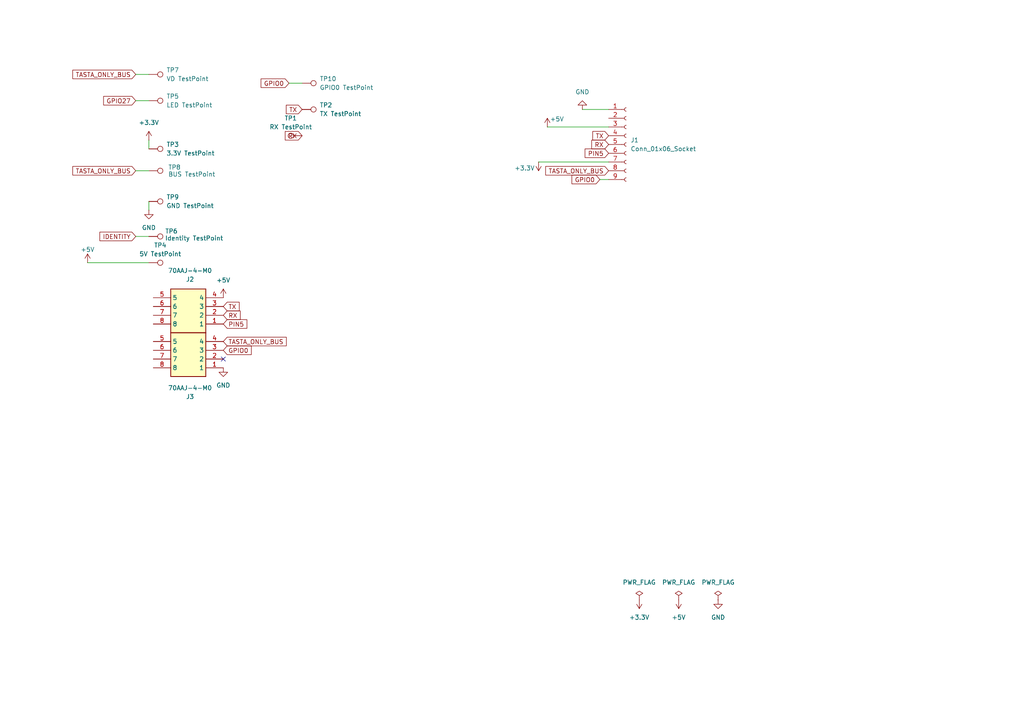
<source format=kicad_sch>
(kicad_sch (version 20250114) (generator "eeschema") (generator_version "9.0")
  (paper "A4")
  (lib_symbols
    (symbol "70AAJ:70AAJ-4-M0"
      (property "Reference" "J" (at 16.51 7.62 0))
      (property "Value" "70AAJ-4-M0" (at 16.51 5.08 0))
      (symbol "70AAJ-4-M0_1_1"
        (rectangle (start 5.08 2.54) (end 15.24 -10.16) (stroke (width 0.254)) (fill (type background)))
        (pin passive line (at 0 0 0) (length 5.08) (name "1") (number "1"))
        (pin passive line (at 0 -2.54 0) (length 5.08) (name "2") (number "2"))
        (pin passive line (at 0 -5.08 0) (length 5.08) (name "3") (number "3"))
        (pin passive line (at 0 -7.62 0) (length 5.08) (name "4") (number "4"))
        (pin passive line (at 20.32 0 180) (length 5.08) (name "8") (number "8"))
        (pin passive line (at 20.32 -2.54 180) (length 5.08) (name "7") (number "7"))
        (pin passive line (at 20.32 -5.08 180) (length 5.08) (name "6") (number "6"))
        (pin passive line (at 20.32 -7.62 180) (length 5.08) (name "5") (number "5"))
      )
    )
    (symbol "Connector:Conn_01x09_Socket" (pin_names (offset 1.016) (hide yes))
      (property "Reference" "J" (at 0 12.7 0))
      (property "Value" "Conn_01x09_Socket" (at 0 -12.7 0))
      (symbol "Conn_01x09_Socket_1_1"
        (polyline (pts (xy -1.27 10.16) (xy -0.508 10.16)) (stroke (width 0.1524)))
        (polyline (pts (xy -1.27 7.62) (xy -0.508 7.62)) (stroke (width 0.1524)))
        (polyline (pts (xy -1.27 5.08) (xy -0.508 5.08)) (stroke (width 0.1524)))
        (polyline (pts (xy -1.27 2.54) (xy -0.508 2.54)) (stroke (width 0.1524)))
        (polyline (pts (xy -1.27 0) (xy -0.508 0)) (stroke (width 0.1524)))
        (polyline (pts (xy -1.27 -2.54) (xy -0.508 -2.54)) (stroke (width 0.1524)))
        (polyline (pts (xy -1.27 -5.08) (xy -0.508 -5.08)) (stroke (width 0.1524)))
        (polyline (pts (xy -1.27 -7.62) (xy -0.508 -7.62)) (stroke (width 0.1524)))
        (polyline (pts (xy -1.27 -10.16) (xy -0.508 -10.16)) (stroke (width 0.1524)))
        (arc (start 0 9.652) (mid -0.5058 10.16) (end 0 10.668) (stroke (width 0.1524)))
        (arc (start 0 7.112) (mid -0.5058 7.62) (end 0 8.128) (stroke (width 0.1524)))
        (arc (start 0 4.572) (mid -0.5058 5.08) (end 0 5.588) (stroke (width 0.1524)))
        (arc (start 0 2.032) (mid -0.5058 2.54) (end 0 3.048) (stroke (width 0.1524)))
        (arc (start 0 -0.508) (mid -0.5058 0) (end 0 0.508) (stroke (width 0.1524)))
        (arc (start 0 -3.048) (mid -0.5058 -2.54) (end 0 -2.032) (stroke (width 0.1524)))
        (arc (start 0 -5.588) (mid -0.5058 -5.08) (end 0 -4.572) (stroke (width 0.1524)))
        (arc (start 0 -8.128) (mid -0.5058 -7.62) (end 0 -7.112) (stroke (width 0.1524)))
        (arc (start 0 -10.668) (mid -0.5058 -10.16) (end 0 -9.652) (stroke (width 0.1524)))
        (pin passive line (at -5.08 10.16 0) (length 3.81) (name "Pin_1") (number "1"))
        (pin passive line (at -5.08 7.62 0) (length 3.81) (name "Pin_2") (number "2"))
        (pin passive line (at -5.08 5.08 0) (length 3.81) (name "Pin_3") (number "3"))
        (pin passive line (at -5.08 2.54 0) (length 3.81) (name "Pin_4") (number "4"))
        (pin passive line (at -5.08 0 0) (length 3.81) (name "Pin_5") (number "5"))
        (pin passive line (at -5.08 -2.54 0) (length 3.81) (name "Pin_6") (number "6"))
        (pin passive line (at -5.08 -5.08 0) (length 3.81) (name "Pin_7") (number "7"))
        (pin passive line (at -5.08 -7.62 0) (length 3.81) (name "Pin_8") (number "8"))
        (pin passive line (at -5.08 -10.16 0) (length 3.81) (name "Pin_9") (number "9"))
      )
    )
    (symbol "Connector:TestPoint" (pin_numbers (hide yes)) (pin_names (offset 0.762) (hide yes))
      (property "Reference" "TP" (at 0 6.858 0))
      (property "Value" "TestPoint" (at 0 5.08 0))
      (symbol "TestPoint_0_1"
        (circle (center 0 3.302) (radius 0.762))
      )
      (symbol "TestPoint_1_1"
        (pin passive line (at 0 0 90) (length 2.54) (name "1") (number "1"))
      )
    )
    (symbol "power:+3.3V" (power) (pin_numbers (hide yes)) (pin_names (offset 0) (hide yes))
      (property "Value" "+3.3V" (at 0 3.556 0))
      (symbol "+3.3V_0_1"
        (polyline (pts (xy -0.762 1.27) (xy 0 2.54)))
        (polyline (pts (xy 0 2.54) (xy 0.762 1.27)))
        (polyline (pts (xy 0 0) (xy 0 2.54)))
      )
      (symbol "+3.3V_1_1"
        (pin power_in line (at 0 0 90) (length 0) (name "~") (number "1"))
      )
    )
    (symbol "power:+5V" (power) (pin_numbers (hide yes)) (pin_names (offset 0) (hide yes))
      (property "Value" "+5V" (at 0 3.556 0))
      (symbol "+5V_0_1"
        (polyline (pts (xy -0.762 1.27) (xy 0 2.54)))
        (polyline (pts (xy 0 2.54) (xy 0.762 1.27)))
        (polyline (pts (xy 0 0) (xy 0 2.54)))
      )
      (symbol "+5V_1_1"
        (pin power_in line (at 0 0 90) (length 0) (name "~") (number "1"))
      )
    )
    (symbol "power:GND" (power) (pin_numbers (hide yes)) (pin_names (offset 0) (hide yes))
      (property "Value" "GND" (at 0 -3.81 0))
      (symbol "GND_0_1"
        (polyline (pts (xy 0 0) (xy 0 -1.27) (xy 1.27 -1.27) (xy 0 -2.54) (xy -1.27 -1.27) (xy 0 -1.27)))
      )
      (symbol "GND_1_1"
        (pin power_in line (at 0 0 270) (length 0) (name "~") (number "1"))
      )
    )
    (symbol "power:PWR_FLAG" (power) (pin_numbers (hide yes)) (pin_names (offset 0) (hide yes))
      (property "Value" "PWR_FLAG" (at 0 3.81 0))
      (symbol "PWR_FLAG_0_0"
        (pin power_out line (at 0 0 90) (length 0) (name "~") (number "1"))
      )
      (symbol "PWR_FLAG_0_1"
        (polyline (pts (xy 0 0) (xy 0 1.27) (xy -1.016 1.905) (xy 0 2.54) (xy 1.016 1.905) (xy 0 1.27)))
      )
    )
  )
  (no_connect (at 64.77 104.14))
  (wire (pts (xy 156.21 46.99) (xy 176.53 46.99)))
  (wire (pts (xy 173.99 52.07) (xy 176.53 52.07)))
  (wire (pts (xy 25.4 76.2) (xy 43.18 76.2)))
  (wire (pts (xy 43.18 21.59) (xy 39.37 21.59)))
  (wire (pts (xy 83.82 24.13) (xy 87.63 24.13)))
  (wire (pts (xy 158.75 36.83) (xy 176.53 36.83)))
  (wire (pts (xy 168.91 31.75) (xy 176.53 31.75)))
  (wire (pts (xy 39.37 68.58) (xy 43.18 68.58)))
  (wire (pts (xy 43.18 40.64) (xy 43.18 43.18)))
  (wire (pts (xy 43.18 60.96) (xy 43.18 58.42)))
  (wire (pts (xy 39.37 29.21) (xy 43.18 29.21)))
  (wire (pts (xy 39.37 49.53) (xy 43.18 49.53)))
  (global_label "TASTA_ONLY_BUS" (shape input) (at 64.77 99.06 0) (property "Intersheetrefs" "${INTERSHEET_REFS}" (effects (hide yes))))
  (global_label "RX" (shape input) (at 87.63 39.37 180) (property "Intersheetrefs" "${INTERSHEET_REFS}" (effects (hide yes))))
  (global_label "RX" (shape input) (at 176.53 41.91 180) (property "Intersheetrefs" "${INTERSHEET_REFS}" (effects (hide yes))))
  (global_label "TX" (shape input) (at 64.77 88.9 0) (property "Intersheetrefs" "${INTERSHEET_REFS}" (effects (hide yes))))
  (global_label "PIN5" (shape input) (at 64.77 93.98 0) (property "Intersheetrefs" "${INTERSHEET_REFS}" (effects (hide yes))))
  (global_label "TX" (shape input) (at 87.63 31.75 180) (property "Intersheetrefs" "${INTERSHEET_REFS}" (effects (hide yes))))
  (global_label "GPIO0" (shape input) (at 173.99 52.07 180) (property "Intersheetrefs" "${INTERSHEET_REFS}" (effects (hide yes))))
  (global_label "TASTA_ONLY_BUS" (shape input) (at 39.37 21.59 180) (property "Intersheetrefs" "${INTERSHEET_REFS}" (effects (hide yes))))
  (global_label "GPIO0" (shape input) (at 83.82 24.13 180) (property "Intersheetrefs" "${INTERSHEET_REFS}" (effects (hide yes))))
  (global_label "TASTA_ONLY_BUS" (shape input) (at 39.37 49.53 180) (property "Intersheetrefs" "${INTERSHEET_REFS}" (effects (hide yes))))
  (global_label "IDENTITY" (shape input) (at 39.37 68.58 180) (property "Intersheetrefs" "${INTERSHEET_REFS}" (effects (hide yes))))
  (global_label "GPIO27" (shape input) (at 39.37 29.21 180) (property "Intersheetrefs" "${INTERSHEET_REFS}" (effects (hide yes))))
  (global_label "TASTA_ONLY_BUS" (shape input) (at 176.53 49.53 180) (property "Intersheetrefs" "${INTERSHEET_REFS}" (effects (hide yes))))
  (global_label "GPIO0" (shape input) (at 64.77 101.6 0) (property "Intersheetrefs" "${INTERSHEET_REFS}" (effects (hide yes))))
  (global_label "RX" (shape input) (at 64.77 91.44 0) (property "Intersheetrefs" "${INTERSHEET_REFS}" (effects (hide yes))))
  (global_label "PIN5" (shape input) (at 176.53 44.45 180) (property "Intersheetrefs" "${INTERSHEET_REFS}" (effects (hide yes))))
  (global_label "TX" (shape input) (at 176.53 39.37 180) (property "Intersheetrefs" "${INTERSHEET_REFS}" (effects (hide yes))))
  (symbol (lib_id "Connector:TestPoint") (at 43.18 68.58 270) (unit 1)
    (property "Reference" "TP6" (at 51.562 67.056 90) (effects (justify right)))
    (property "Value" "Identity TestPoint" (at 64.77 69.088 90) (effects (justify right)))
    (property "Footprint" "TestPoint:TestPoint_Pad_D1.0mm" (effects (hide yes)))
    (property "Description" "test point" (effects (hide yes)))
  )
  (symbol (lib_id "power:PWR_FLAG") (at 196.85 173.99 0) (unit 1)
    (property "Reference" "#FLG02" (effects (hide yes)))
    (property "Value" "PWR_FLAG" (at 196.85 168.91 0))
    (property "Description" "Special symbol for telling ERC where power comes from" (effects (hide yes)))
  )
  (symbol (lib_id "power:GND") (at 43.18 60.96 0) (unit 1)
    (property "Reference" "#PWR04" (effects (hide yes)))
    (property "Value" "GND" (at 43.18 66.04 0))
    (property "Description" "Power symbol creates a global label with name \"GND\" , ground" (effects (hide yes)))
  )
  (symbol (lib_id "Connector:TestPoint") (at 43.18 76.2 270) (mirror x) (unit 1)
    (property "Reference" "TP4" (at 46.482 71.12 90))
    (property "Value" "5V TestPoint" (at 46.482 73.66 90))
    (property "Footprint" "TestPoint:TestPoint_Pad_D1.0mm" (effects (hide yes)))
    (property "Description" "test point" (effects (hide yes)))
  )
  (symbol (lib_id "Connector:TestPoint") (at 43.18 43.18 270) (unit 1)
    (property "Reference" "TP3" (at 48.26 41.9099 90) (effects (justify left)))
    (property "Value" "3.3V TestPoint" (at 48.26 44.4499 90) (effects (justify left)))
    (property "Footprint" "TestPoint:TestPoint_Pad_D1.0mm" (effects (hide yes)))
    (property "Description" "test point" (effects (hide yes)))
  )
  (symbol (lib_id "Connector:TestPoint") (at 43.18 58.42 270) (unit 1)
    (property "Reference" "TP9" (at 48.26 57.1499 90) (effects (justify left)))
    (property "Value" "GND TestPoint" (at 48.26 59.6899 90) (effects (justify left)))
    (property "Footprint" "TestPoint:TestPoint_Pad_D1.0mm" (effects (hide yes)))
    (property "Description" "test point" (effects (hide yes)))
  )
  (symbol (lib_id "power:+5V") (at 25.4 76.2 0) (mirror y) (unit 1)
    (property "Reference" "#PWR02" (effects (hide yes)))
    (property "Value" "+5V" (at 25.4 72.39 0))
    (property "Description" "Power symbol creates a global label with name \"+5V\"" (effects (hide yes)))
  )
  (symbol (lib_id "70AAJ:70AAJ-4-M0") (at 64.77 93.98 180) (unit 1)
    (property "Reference" "J2" (at 55.118 81.026 0))
    (property "Value" "70AAJ-4-M0" (at 55.118 78.486 0))
    (property "Footprint" "footprints:70AAJ4M0" (effects (hide yes)))
    (property "Datasheet" "https://datasheet.datasheetarchive.com/originals/distributors/SFDatasheet-6/sf-000139999.pdf" (effects (hide yes)))
    (property "Description" "Bourns Male 4 Way Modular Contact, Surface Mount, 3A, 60 V" (effects (hide yes)))
    (property "Height" "3.81" (effects (hide yes)))
    (property "Manufacturer_Name" "Bourns" (effects (hide yes)))
    (property "Manufacturer_Part_Number" "70AAJ-4-M0" (effects (hide yes)))
    (property "Mouser Part Number" "652-70AAJ-4-M0" (effects (hide yes)))
    (property "Mouser Price/Stock" "https://www.mouser.co.uk/ProductDetail/Bourns/70AAJ-4-M0?qs=LnmZFZ9erVyRpi98cpU35g%3D%3D" (effects (hide yes)))
    (property "Arrow Part Number" "70AAJ-4-M0" (effects (hide yes)))
    (property "Arrow Price/Stock" "https://www.arrow.com/en/products/70aaj-4-m0/bourns?utm_currency=USD&region=nac" (effects (hide yes)))
  )
  (symbol (lib_id "power:PWR_FLAG") (at 208.28 173.99 0) (unit 1)
    (property "Reference" "#FLG01" (effects (hide yes)))
    (property "Value" "PWR_FLAG" (at 208.28 168.91 0))
    (property "Description" "Special symbol for telling ERC where power comes from" (effects (hide yes)))
  )
  (symbol (lib_id "Connector:TestPoint") (at 87.63 24.13 270) (unit 1)
    (property "Reference" "TP10" (at 92.71 22.8599 90) (effects (justify left)))
    (property "Value" "GPIO0 TestPoint" (at 92.71 25.3999 90) (effects (justify left)))
    (property "Footprint" "TestPoint:TestPoint_Pad_D1.0mm" (effects (hide yes)))
    (property "Description" "test point" (effects (hide yes)))
  )
  (symbol (lib_id "power:PWR_FLAG") (at 185.42 173.99 0) (unit 1)
    (property "Reference" "#FLG03" (effects (hide yes)))
    (property "Value" "PWR_FLAG" (at 185.42 168.91 0))
    (property "Description" "Special symbol for telling ERC where power comes from" (effects (hide yes)))
  )
  (symbol (lib_id "power:+5V") (at 64.77 86.36 0) (unit 1)
    (property "Reference" "#PWR05" (effects (hide yes)))
    (property "Value" "+5V" (at 64.77 81.28 0))
    (property "Description" "Power symbol creates a global label with name \"+5V\"" (effects (hide yes)))
  )
  (symbol (lib_id "power:+5V") (at 196.85 173.99 180) (unit 1)
    (property "Reference" "#PWR08" (effects (hide yes)))
    (property "Value" "+5V" (at 196.85 179.07 0))
    (property "Description" "Power symbol creates a global label with name \"+5V\"" (effects (hide yes)))
  )
  (symbol (lib_id "Connector:TestPoint") (at 87.63 31.75 270) (unit 1)
    (property "Reference" "TP2" (at 92.71 30.4799 90) (effects (justify left)))
    (property "Value" "TX TestPoint" (at 92.71 33.0199 90) (effects (justify left)))
    (property "Footprint" "TestPoint:TestPoint_Pad_D1.0mm" (effects (hide yes)))
    (property "Description" "test point" (effects (hide yes)))
  )
  (symbol (lib_id "Connector:TestPoint") (at 43.18 49.53 270) (unit 1)
    (property "Reference" "TP8" (at 48.768 48.514 90) (effects (justify left)))
    (property "Value" "BUS TestPoint" (at 48.768 50.546 90) (effects (justify left)))
    (property "Footprint" "TestPoint:TestPoint_Pad_D1.0mm" (effects (hide yes)))
    (property "Description" "test point" (effects (hide yes)))
  )
  (symbol (lib_id "power:GND") (at 168.91 31.75 180) (unit 1)
    (property "Reference" "#PWR07" (effects (hide yes)))
    (property "Value" "GND" (at 168.91 26.67 0))
    (property "Description" "Power symbol creates a global label with name \"GND\" , ground" (effects (hide yes)))
  )
  (symbol (lib_id "power:+3.3V") (at 156.21 46.99 180) (unit 1)
    (property "Reference" "#PWR018" (effects (hide yes)))
    (property "Value" "+3.3V" (at 152.146 48.768 0))
    (property "Description" "Power symbol creates a global label with name \"+3.3V\"" (effects (hide yes)))
  )
  (symbol (lib_id "power:GND") (at 208.28 173.99 0) (unit 1)
    (property "Reference" "#PWR01" (effects (hide yes)))
    (property "Value" "GND" (at 208.28 179.07 0))
    (property "Description" "Power symbol creates a global label with name \"GND\" , ground" (effects (hide yes)))
  )
  (symbol (lib_id "power:GND") (at 64.77 106.68 0) (unit 1)
    (property "Reference" "#PWR03" (effects (hide yes)))
    (property "Value" "GND" (at 64.77 111.76 0))
    (property "Description" "Power symbol creates a global label with name \"GND\" , ground" (effects (hide yes)))
  )
  (symbol (lib_id "power:+3.3V") (at 185.42 173.99 180) (unit 1)
    (property "Reference" "#PWR09" (effects (hide yes)))
    (property "Value" "+3.3V" (at 185.42 179.07 0))
    (property "Description" "Power symbol creates a global label with name \"+3.3V\"" (effects (hide yes)))
  )
  (symbol (lib_id "Connector:TestPoint") (at 43.18 21.59 270) (unit 1)
    (property "Reference" "TP7" (at 48.26 20.3199 90) (effects (justify left)))
    (property "Value" "VD TestPoint" (at 48.26 22.8599 90) (effects (justify left)))
    (property "Footprint" "TestPoint:TestPoint_Pad_D1.0mm" (effects (hide yes)))
    (property "Description" "test point" (effects (hide yes)))
  )
  (symbol (lib_id "Connector:Conn_01x09_Socket") (at 181.61 41.91 0) (unit 1)
    (property "Reference" "J1" (at 182.88 40.6399 0) (effects (justify left)))
    (property "Value" "Conn_01x06_Socket" (at 182.88 43.1799 0) (effects (justify left)))
    (property "Footprint" "Connector_PinSocket_2.54mm:PinSocket_1x09_P2.54mm_Horizontal" (effects (hide yes)))
    (property "Description" "Generic connector, single row, 01x09, script generated" (effects (hide yes)))
  )
  (symbol (lib_id "Connector:TestPoint") (at 43.18 29.21 270) (unit 1)
    (property "Reference" "TP5" (at 48.26 27.9399 90) (effects (justify left)))
    (property "Value" "LED TestPoint" (at 48.26 30.4799 90) (effects (justify left)))
    (property "Footprint" "TestPoint:TestPoint_Pad_D1.0mm" (effects (hide yes)))
    (property "Description" "test point" (effects (hide yes)))
  )
  (symbol (lib_id "70AAJ:70AAJ-4-M0") (at 64.77 106.68 180) (unit 1)
    (property "Reference" "J3" (at 55.118 115.062 0))
    (property "Value" "70AAJ-4-M0" (at 55.118 112.522 0))
    (property "Footprint" "footprints:70AAJ4M0" (effects (hide yes)))
    (property "Datasheet" "https://datasheet.datasheetarchive.com/originals/distributors/SFDatasheet-6/sf-000139999.pdf" (effects (hide yes)))
    (property "Description" "Bourns Male 4 Way Modular Contact, Surface Mount, 3A, 60 V" (effects (hide yes)))
    (property "Height" "3.81" (effects (hide yes)))
    (property "Manufacturer_Name" "Bourns" (effects (hide yes)))
    (property "Manufacturer_Part_Number" "70AAJ-4-M0" (effects (hide yes)))
    (property "Mouser Part Number" "652-70AAJ-4-M0" (effects (hide yes)))
    (property "Mouser Price/Stock" "https://www.mouser.co.uk/ProductDetail/Bourns/70AAJ-4-M0?qs=LnmZFZ9erVyRpi98cpU35g%3D%3D" (effects (hide yes)))
    (property "Arrow Part Number" "70AAJ-4-M0" (effects (hide yes)))
    (property "Arrow Price/Stock" "https://www.arrow.com/en/products/70aaj-4-m0/bourns?utm_currency=USD&region=nac" (effects (hide yes)))
  )
  (symbol (lib_id "Connector:TestPoint") (at 87.63 39.37 90) (unit 1)
    (property "Reference" "TP1" (at 84.328 34.29 90))
    (property "Value" "RX TestPoint" (at 84.328 36.83 90))
    (property "Footprint" "TestPoint:TestPoint_Pad_D1.0mm" (effects (hide yes)))
    (property "Description" "test point" (effects (hide yes)))
  )
  (symbol (lib_id "power:+5V") (at 158.75 36.83 0) (mirror y) (unit 1)
    (property "Reference" "#PWR06" (effects (hide yes)))
    (property "Value" "+5V" (at 161.544 34.544 0))
    (property "Description" "Power symbol creates a global label with name \"+5V\"" (effects (hide yes)))
  )
  (symbol (lib_id "power:+3.3V") (at 43.18 40.64 0) (unit 1)
    (property "Reference" "#PWR017" (effects (hide yes)))
    (property "Value" "+3.3V" (at 43.18 35.56 0))
    (property "Description" "Power symbol creates a global label with name \"+3.3V\"" (effects (hide yes)))
  )
)
</source>
